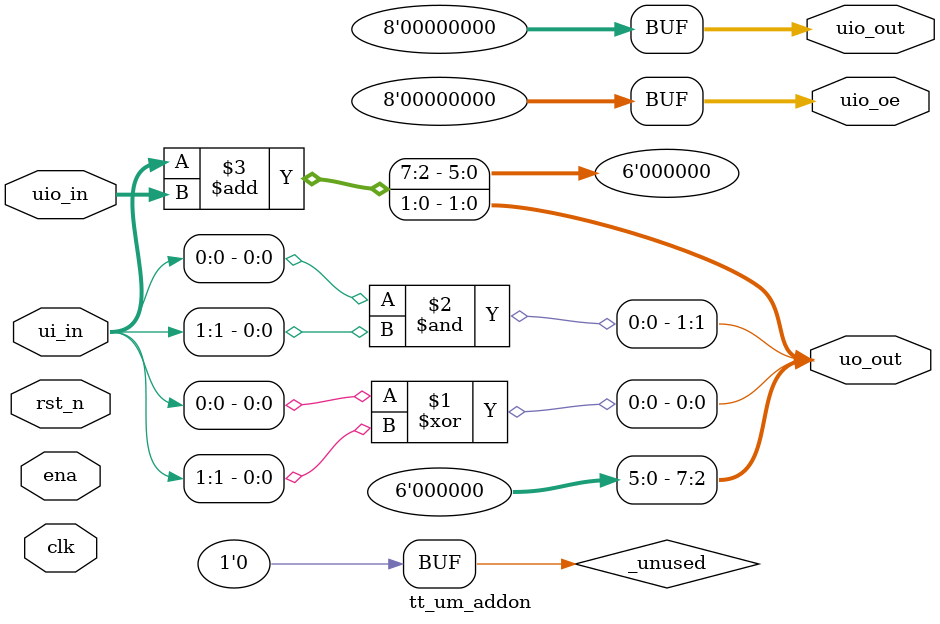
<source format=v>
/*
 * Copyright (c) 2024 Your Name
 * SPDX-License-Identifier: Apache-2.0
 */

`default_nettype none

module tt_um_addon (
    input  wire [7:0] ui_in,    // Dedicated inputs
    output wire [7:0] uo_out,   // Dedicated outputs
    input  wire [7:0] uio_in,   // IOs: Input path
    output wire [7:0] uio_out,  // IOs: Output path
    output wire [7:0] uio_oe,   // IOs: Enable path (active high: 0=input, 1=output)
    input  wire       ena,      // always 1 when the design is powered, so you can ignore it
    input  wire       clk,      // clock
    input  wire       rst_n     // reset_n - low to reset
);

  // All output pins must be assigned. If not used, assign to 0.
    assign uo_out[0] = ui_in[0] ^ ui_in[1];
    assign uo_out[1] = ui_in[0] & ui_in[1];
    assign uo_out[7:2] = 6'b0;
  assign uo_out  = ui_in + uio_in;  // Example: ou_out is the sum of ui_in and uio_in
  assign uio_out = 0;
  assign uio_oe  = 0;

  // List all unused inputs to prevent warnings
  wire _unused = &{ena, clk, rst_n, 1'b0};

endmodule

</source>
